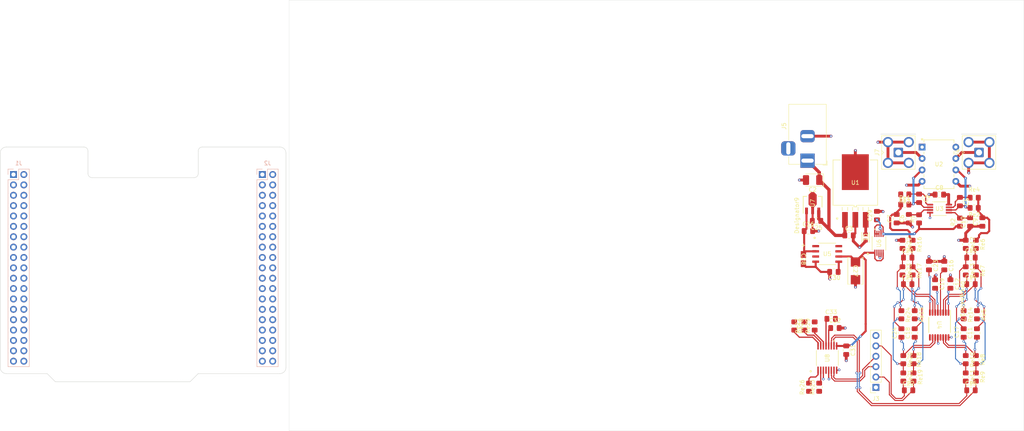
<source format=kicad_pcb>
(kicad_pcb (version 20241229) (generator "pcbnew") (generator_version "9.0")
  (layers (0 "F.Cu" signal) (2 "B.Cu" signal) (13 "F.Paste" user) (15 "B.Paste" user) (5 "F.SilkS" user "F.Silkscreen") (7 "B.SilkS" user "B.Silkscreen") (1 "F.Mask" user) (3 "B.Mask" user) (25 "Edge.Cuts" user))
  (net 0 "")
  (net 1 "/AVSS")
  (net 2 "/AVDD_5V")
  (net 3 "/DC_9V")
  (net 4 "Net-(U3-OUTA)")
  (net 5 "Net-(U2-DN1)")
  (net 6 "Net-(U3-OUTB)")
  (net 7 "Net-(U2-DN2)")
  (net 8 "Net-(U3-INA+)")
  (net 9 "/OUT1")
  (net 10 "/OUT2")
  (net 11 "Net-(U3-INB+)")
  (net 12 "Net-(U4A-VOCM1)")
  (net 13 "Net-(U4B-VOCM2)")
  (net 14 "/AVDD_6.2V")
  (net 15 "/VREF_5V")
  (net 16 "Net-(U5-TRIM{slash}NR)")
  (net 17 "/DVSS")
  (net 18 "/DVDD")
  (net 19 "/VREF_0.5V")
  (net 20 "Net-(U8-*CS)")
  (net 21 "/CS*")
  (net 22 "/SCLK")
  (net 23 "Net-(U8-SCLK)")
  (net 24 "/DOUT")
  (net 25 "Net-(U8-DOUT{slash}*DRDY)")
  (net 26 "Net-(U8-DIN)")
  (net 27 "/DIN")
  (net 28 "Net-(U8-*DRDY)")
  (net 29 "/DRDY")
  (net 32 "/GATE1")
  (net 33 "/GATE2")
  (net 42 "+3V3")
  (net 43 "/VIN")
  (net 44 "GND")
  (net 49 "VDD")
  (net 50 "+5V")
  (net 55 "/~{RST}")
  (net 56 "/E5V")
  (net 59 "+BATT")
  (net 72 "/IOREF")
  (net 87 "GNDA")
  (net 103 "/5V_USB_CHGR")
  (net 111 "/diff2_in_P")
  (net 112 "/diff1_out_N")
  (net 113 "/diff1_in_P")
  (net 114 "/diff1_in_N")
  (net 115 "/diff2_in_N")
  (net 116 "/diff1_out_P")
  (net 117 "/diff2_out_N")
  (net 118 "/diff2_out_P")
  (net 119 "/diff3_out_N")
  (net 120 "/diff4_in_P")
  (net 121 "/diff3_in_N")
  (net 122 "/diff3_in_P")
  (net 123 "/diff4_in_N")
  (net 124 "/diff3_out_P")
  (net 125 "/diff4_out_N")
  (net 126 "/diff4_out_P")
  (net 127 "/AIN1N")
  (net 128 "/AIN1P")
  (net 129 "/AIN2_inN")
  (net 130 "/AIN2_inP")
  (net 131 "/AIN2_mcuN")
  (net 132 "/AIN2_adcP")
  (net 133 "/AIN2_mcuP")
  (net 134 "/AIN2_adcN")
  (footprint "Capacitor_SMD:C_0805_2012Metric_Pad1.18x1.45mm_HandSolder" (layer "F.Cu") (at 242 131.7125 90)
    (property "Reference" "C24")
    (property "Value" "270p")
  )
  (footprint "Capacitor_SMD:C_0805_2012Metric_Pad1.18x1.45mm_HandSolder" (layer "F.Cu") (at 236 102.9625 90)
    (property "Reference" "C29")
    (property "Value" "0.1u_pass")
  )
  (footprint "Connector_PinSocket_2.54mm:PinSocket_1x06_P2.54mm_Vertical" (layer "F.Cu") (at 235.75 145.04 180)
    (property "Reference" "J3")
    (property "Value" "Conn_01x06")
  )
  (footprint "Resistor_SMD:R_0805_2012Metric_Pad1.20x1.40mm_HandSolder" (layer "F.Cu") (at 242.825 100.2595)
    (property "Reference" "Re1")
    (property "Value" "50k_throughhole")
  )
  (footprint "pj-bis2025:Vref_out_tantal_293D336X9016C2TE3_CAP_293D-C_VSS" (layer "F.Cu") (at 230.75 116.5 -90)
    (property "Reference" "C27")
    (property "Value" "293D336X9016C2TE3")
  )
  (footprint "Resistor_SMD:R_0805_2012Metric_Pad1.20x1.40mm_HandSolder" (layer "F.Cu") (at 221.8554 145 90)
    (property "Reference" "Re25")
    (property "Value" "47")
  )
  (footprint "Resistor_SMD:R_0805_2012Metric_Pad1.20x1.40mm_HandSolder" (layer "F.Cu") (at 242.4625 142.5 -90)
    (property "Reference" "Re21")
    (property "Value" "10")
  )
  (footprint "Resistor_SMD:R_0805_2012Metric_Pad1.20x1.40mm_HandSolder" (layer "F.Cu") (at 246.325 103.7595 90)
    (property "Reference" "R1")
    (property "Value" "100k")
  )
  (footprint "Resistor_SMD:R_0805_2012Metric_Pad1.20x1.40mm_HandSolder" (layer "F.Cu") (at 219.3554 145 90)
    (property "Reference" "Re26")
    (property "Value" "47")
  )
  (footprint "Resistor_SMD:R_0805_2012Metric_Pad1.20x1.40mm_HandSolder" (layer "F.Cu") (at 260.25 116.5 -90)
    (property "Reference" "Re7")
    (property "Value" "330")
  )
  (footprint "Resistor_SMD:R_0805_2012Metric_Pad1.20x1.40mm_HandSolder" (layer "F.Cu") (at 260.25 110 -90)
    (property "Reference" "Re6")
    (property "Value" "1.2k_Ri")
  )
  (footprint "pj-bis2025:UA78L06ACPK-PK0003A_M" (layer "F.Cu") (at 220.25 99.899999 90)
    (property "Reference" "U7")
    (property "Value" "UA78L06ACPK")
  )
  (footprint "MountingHole:MountingHole_3.2mm_M3" (layer "F.Cu") (at 32.12 89.09)
    (property "Reference" "H2" (hide yes))
    (property "Value" "MountingHole" (hide yes))
  )
  (footprint "Resistor_SMD:R_0805_2012Metric_Pad1.20x1.40mm_HandSolder" (layer "F.Cu") (at 218.25 130 90)
    (property "Reference" "Re27")
    (property "Value" "47")
  )
  (footprint "Capacitor_SMD:C_0805_2012Metric_Pad1.18x1.45mm_HandSolder" (layer "F.Cu") (at 225.4625 116.75 180)
    (property "Reference" "C30")
    (property "Value" "1u")
  )
  (footprint "Resistor_SMD:R_0805_2012Metric_Pad1.20x1.40mm_HandSolder" (layer "F.Cu") (at 257.75 110 -90)
    (property "Reference" "Re12")
    (property "Value" "1.2k_Ri")
  )
  (footprint "pj-bis2025:REF5050-D8-M" (layer "F.Cu") (at 223.82575 112.345)
    (property "Reference" "U5")
    (property "Value" "REF5050IDR")
  )
  (footprint "MountingHole:MountingHole_3.2mm_M3" (layer "F.Cu") (at 80.38 90.36)
    (property "Reference" "H3" (hide yes))
    (property "Value" "MountingHole" (hide yes))
  )
  (footprint "pj-bis2025:ADS1220-PW16-M" (layer "F.Cu") (at 223.8554 137.8596 90)
    (property "Reference" "U8")
    (property "Value" "ADS1220IPW")
  )
  (footprint "Capacitor_SMD:C_0805_2012Metric_Pad1.18x1.45mm_HandSolder" (layer "F.Cu") (at 243.5375 113.25)
    (property "Reference" "C20")
    (property "Value" "470p")
  )
  (footprint "Resistor_SMD:R_0805_2012Metric_Pad1.20x1.40mm_HandSolder" (layer "F.Cu") (at 242.25 116.5 -90)
    (property "Reference" "Re23")
    (property "Value" "330")
  )
  (footprint "Capacitor_SMD:C_0805_2012Metric_Pad1.18x1.45mm_HandSolder" (layer "F.Cu") (at 229.1725 107.815026)
    (property "Reference" "C3")
    (property "Value" "1µF")
  )
  (footprint "Resistor_SMD:R_0805_2012Metric_Pad1.20x1.40mm_HandSolder" (layer "F.Cu") (at 259.825 101.0685 180)
    (property "Reference" "Re2")
    (property "Value" "50k_throughhole")
  )
  (footprint "Capacitor_SMD:C_0805_2012Metric_Pad1.18x1.45mm_HandSolder" (layer "F.Cu") (at 243.825 103.722 90)
    (property "Reference" "C6")
    (property "Value" "0.1u")
  )
  (footprint "Resistor_SMD:R_0805_2012Metric_Pad1.20x1.40mm_HandSolder" (layer "F.Cu") (at 257.25 127.25 -90)
    (property "Reference" "Re14")
    (property "Value" "1.2k_Rg")
  )
  (footprint "Resistor_SMD:R_0805_2012Metric_Pad1.20x1.40mm_HandSolder" (layer "F.Cu") (at 257.75 142.5 -90)
    (property "Reference" "Re11")
    (property "Value" "10")
  )
  (footprint "Resistor_SMD:R_0805_2012Metric_Pad1.20x1.40mm_HandSolder" (layer "F.Cu") (at 260.25 138.25 -90)
    (property "Reference" "Re8")
    (property "Value" "5")
  )
  (footprint "Resistor_SMD:R_0805_2012Metric_Pad1.20x1.40mm_HandSolder" (layer "F.Cu") (at 260.25 142.5 -90)
    (property "Reference" "Re9")
    (property "Value" "10")
  )
  (footprint "Capacitor_SMD:C_0805_2012Metric_Pad1.18x1.45mm_HandSolder" (layer "F.Cu") (at 228.480401 135.9261 -90)
    (property "Reference" "C31")
    (property "Value" "0.1u_pass")
  )
  (footprint "pj-bis2025:LT1991-MSOP-10_MS_LIT-M" (layer "F.Cu") (at 236.5 109.75 90)
    (property "Reference" "U6")
    (property "Value" "LT1991ACMS-TRPBF")
  )
  (footprint "Capacitor_SMD:C_0805_2012Metric_Pad1.18x1.45mm_HandSolder" (layer "F.Cu") (at 250.25 119.7125 -90)
    (property "Reference" "C19")
    (property "Value" "0.1u_pass")
  )
  (footprint "Resistor_SMD:R_0805_2012Metric_Pad1.20x1.40mm_HandSolder" (layer "F.Cu") (at 242 127.25 -90)
    (property "Reference" "Re24")
    (property "Value" "1.2k_Rg")
  )
  (footprint "Capacitor_SMD:C_0805_2012Metric_Pad1.18x1.45mm_HandSolder" (layer "F.Cu") (at 259.0375 113.25)
    (property "Reference" "C13")
    (property "Value" "470p")
  )
  (footprint "Resistor_SMD:R_0805_2012Metric_Pad1.20x1.40mm_HandSolder" (layer "F.Cu") (at 242.25 110 -90)
    (property "Reference" "Re22")
    (property "Value" "1.2k_Ri")
  )
  (footprint "Resistor_SMD:R_0805_2012Metric_Pad1.20x1.40mm_HandSolder" (layer "F.Cu") (at 220.75 130 90)
    (property "Reference" "Re29")
    (property "Value" "47")
  )
  (footprint "Capacitor_SMD:C_0805_2012Metric_Pad1.18x1.45mm_HandSolder" (layer "F.Cu") (at 260.5 131.7125 90)
    (property "Reference" "C11")
    (property "Value" "270p")
  )
  (footprint "Resistor_SMD:R_0805_2012Metric_Pad1.20x1.40mm_HandSolder" (layer "F.Cu") (at 245.25 127.25 -90)
    (property "Reference" "Re15")
    (property "Value" "1.2k_Rg")
  )
  (footprint "Capacitor_SMD:C_0805_2012Metric_Pad1.18x1.45mm_HandSolder" (layer "F.Cu") (at 251.2875 97.8185)
    (property "Reference" "C8")
    (property "Value" "0.1u_pass")
  )
  (footprint "pj-bis2025:THS4552-PW0016A_M" (layer "F.Cu") (at 251.25 129.75 -90)
    (property "Reference" "U4")
    (property "Value" "THS4552IPWR")
  )
  (footprint "Resistor_SMD:R_0805_2012Metric_Pad1.20x1.40mm_HandSolder" (layer "F.Cu") (at 242.4625 138.25 -90)
    (property "Reference" "Re20")
    (property "Value" "5")
  )
  (footprint "Resistor_SMD:R_0805_2012Metric_Pad1.20x1.40mm_HandSolder" (layer "F.Cu") (at 256.325 104.5685 90)
    (property "Reference" "R2")
    (property "Value" "100k")
  )
  (footprint "Resistor_SMD:R_0805_2012Metric_Pad1.20x1.40mm_HandSolder" (layer "F.Cu") (at 257.75 116.5 -90)
    (property "Reference" "Re13")
    (property "Value" "330")
  )
  (footprint "Connector_Coaxial:SMA_Amphenol_901-143_Horizontal" (layer "F.Cu") (at 241.25 87.5)
    (property "Reference" "J7")
    (property "Value" "Conn_Coaxial")
    (fp_line (start 4.3 -4.5) (end -4.3 -4.5) (stroke (width 0.1)) (layer "Edge.Cuts"))
  )
  (footprint "pj-bis2025:ALD114904APAL-8-PDIP_ALD" (layer "F.Cu") (at 247.07 86.1865)
    (property "Reference" "U2")
    (property "Value" "ALD114904APAL")
  )
  (footprint "Capacitor_SMD:C_0805_2012Metric_Pad1.18x1.45mm_HandSolder" (layer "F.Cu") (at 219.2125 106.75)
    (property "Reference" "C26")
    (property "Value" "0.1u")
  )
  (footprint "pj-bis2025:Vref_in_tantal_T491A685K020AT_CAPMP3.4X1.6_1.8N_KEM-M" (layer "F.Cu") (at 218 113.61904 -90)
    (property "Reference" "C28")
    (property "Value" "T491A685K020AT")
  )
  (footprint "Resistor_SMD:R_0805_2012Metric_Pad1.20x1.40mm_HandSolder" (layer "F.Cu") (at 244.75 110 -90)
    (property "Reference" "Re16")
    (property "Value" "1.2k_Ri")
  )
  (footprint "Capacitor_SMD:C_0805_2012Metric_Pad1.18x1.45mm_HandSolder" (layer "F.Cu") (at 259.0375 119.75)
    (property "Reference" "C14")
    (property "Value" "1n" (hide yes))
  )
  (footprint "Capacitor_SMD:C_0805_2012Metric_Pad1.18x1.45mm_HandSolder" (layer "F.Cu") (at 245.25 131.7125 90)
    (property "Reference" "C18")
    (property "Value" "270p")
  )
  (footprint "Capacitor_SMD:C_0805_2012Metric_Pad1.18x1.45mm_HandSolder" (layer "F.Cu") (at 258.825 104.531 90)
    (property "Reference" "C10")
    (property "Value" "0.1u")
  )
  (footprint "pj-bis2025:LDO_5V_out_TAJR105K016RNJAC_TAJR_AVX" (layer "F.Cu") (at 233.21 108.30935 -90)
    (property "Reference" "C1")
    (property "Value" "TAJR105K016RNJ")
  )
  (footprint "Capacitor_SMD:C_0805_2012Metric_Pad1.18x1.45mm_HandSolder" (layer "F.Cu") (at 248.75 115.2125 -90)
    (property "Reference" "C23")
    (property "Value" "0.1u_pass")
  )
  (footprint "Capacitor_SMD:C_0805_2012Metric_Pad1.18x1.45mm_HandSolder" (layer "F.Cu") (at 243.75 145.75)
    (property "Reference" "C22")
    (property "Value" "22n")
  )
  (footprint "Resistor_SMD:R_0805_2012Metric_Pad1.20x1.40mm_HandSolder" (layer "F.Cu") (at 259.825 98.5685)
    (property "Reference" "Re4")
    (property "Value" "50k")
  )
  (footprint "Resistor_SMD:R_0805_2012Metric_Pad1.20x1.40mm_HandSolder" (layer "F.Cu") (at 244.9625 138.25 -90)
    (property "Reference" "Re18")
    (property "Value" "5")
  )
  (footprint "Resistor_SMD:R_0805_2012Metric_Pad1.20x1.40mm_HandSolder" (layer "F.Cu") (at 244.9625 142.5 -90)
    (property "Reference" "Re19")
    (property "Value" "10")
  )
  (footprint "Capacitor_SMD:C_0805_2012Metric_Pad1.18x1.45mm_HandSolder" (layer "F.Cu") (at 246.325 98.722 -90)
    (property "Reference" "C4")
    (property "Value" "3.18n")
  )
  (footprint "Capacitor_SMD:C_0805_2012Metric_Pad1.18x1.45mm_HandSolder" (layer "F.Cu") (at 257.25 131.7125 90)
    (property "Reference" "C17")
    (property "Value" "270p")
  )
  (footprint "Capacitor_SMD:C_0805_2012Metric_Pad1.18x1.45mm_HandSolder" (layer "F.Cu") (at 240.825 103.722 90)
    (property "Reference" "C7")
    (property "Value" "3.18n")
  )
  (footprint "Resistor_SMD:R_0805_2012Metric_Pad1.20x1.40mm_HandSolder" (layer "F.Cu") (at 260.5 127.25 -90)
    (property "Reference" "Re5")
    (property "Value" "1.2k_Rg")
  )
  (footprint "pj-bis2025:MIC5237-TO-263-3_MCL-M" (layer "F.Cu") (at 230.71 94.880426)
    (property "Reference" "U1")
    (property "Value" "MIC5237-5.0YU")
  )
  (footprint "Capacitor_SMD:C_0805_2012Metric_Pad1.18x1.45mm_HandSolder" (layer "F.Cu") (at 259.0375 145.75)
    (property "Reference" "C15")
    (property "Value" "22n")
  )
  (footprint "Capacitor_SMD:C_0805_2012Metric_Pad1.18x1.45mm_HandSolder" (layer "F.Cu") (at 243.5375 119.75)
    (property "Reference" "C21")
    (property "Value" "1n")
  )
  (footprint "Capacitor_SMD:C_0805_2012Metric_Pad1.18x1.45mm_HandSolder" (layer "F.Cu") (at 254 119.7125 -90)
    (property "Reference" "C12")
    (property "Value" "0.1u_pass")
  )
  (footprint "Resistor_SMD:R_0805_2012Metric_Pad1.20x1.40mm_HandSolder" (layer "F.Cu") (at 242.825 97.7595 180)
    (property "Reference" "Re3")
    (property "Value" "50k")
  )
  (footprint "Connector_Coaxial:SMA_Amphenol_901-143_Horizontal" (layer "F.Cu") (at 261 87.5)
    (property "Reference" "J4")
    (property "Value" "Conn_Coaxial")
    (fp_line (start 4.3 -4.5) (end -4.3 -4.5) (stroke (width 0.1)) (layer "Edge.Cuts"))
  )
  (footprint "pj-bis2025:OPA2380-DGK8-M" (layer "F.Cu") (at 251.325 101.2595)
    (property "Reference" "U3")
    (property "Value" "OPA2380AIDGKR")
  )
  (footprint "Capacitor_Tantalum_SMD:CP_EIA-3528-15_AVX-H_HandSolder" (layer "F.Cu") (at 220.25 94.25 180)
    (property "Reference" "C2")
    (property "Value" "C_Vin")
  )
  (footprint "Resistor_SMD:R_0805_2012Metric_Pad1.20x1.40mm_HandSolder" (layer "F.Cu") (at 244.75 116.5 -90)
    (property "Reference" "Re17")
    (property "Value" "330")
  )
  (footprint "Capacitor_SMD:C_0805_2012Metric_Pad1.18x1.45mm_HandSolder" (layer "F.Cu") (at 224.7875 128.25)
    (property "Reference" "C33")
    (property "Value" "0.1u_pass")
  )
  (footprint "Capacitor_SMD:C_0805_2012Metric_Pad1.18x1.45mm_HandSolder" (layer "F.Cu") (at 252.5 115.2125 -90)
    (property "Reference" "C16")
    (property "Value" "0.1u_pass")
  )
  (footprint "Resistor_SMD:R_0805_2012Metric_Pad1.20x1.40mm_HandSolder" (layer "F.Cu") (at 257.75 138.25 -90)
    (property "Reference" "Re10")
    (property "Value" "5")
  )
  (footprint "MountingHole:MountingHole_3.2mm_M3" (layer "F.Cu") (at 65.14 141.06)
    (property "Reference" "H1" (hide yes))
    (property "Value" "MountingHole" (hide yes))
  )
  (footprint "Capacitor_SMD:C_0805_2012Metric_Pad1.18x1.45mm_HandSolder" (layer "F.Cu") (at 261.825 104.531 90)
    (property "Reference" "C9")
    (property "Value" "3.18n")
  )
  (footprint "Capacitor_SMD:C_0805_2012Metric_Pad1.18x1.45mm_HandSolder" (layer "F.Cu") (at 221.2125 104.25 180)
    (property "Reference" "C25")
    (property "Value" "0.33u")
  )
  (footprint "Connector_BarrelJack:BarrelJack_Horizontal" (layer "F.Cu") (at 219 89.5 -90)
    (property "Reference" "J5")
    (property "Value" "Barrel_Jack_MountingPin")
  )
  (footprint "Resistor_SMD:R_0805_2012Metric_Pad1.20x1.40mm_HandSolder" (layer "F.Cu") (at 215.75 130 -90)
    (property "Reference" "Re28")
    (property "Value" "47")
  )
  (footprint "Capacitor_SMD:C_0805_2012Metric_Pad1.18x1.45mm_HandSolder" (layer "F.Cu") (at 225.7125 130.5)
    (property "Reference" "C32")
    (property "Value" "0.1u_pass")
  )
  (footprint "Capacitor_SMD:C_0805_2012Metric_Pad1.18x1.45mm_HandSolder" (layer "F.Cu") (at 256.325 99.531 -90)
    (property "Reference" "C5")
    (property "Value" "3.18n")
  )
  (footprint "Connector_PinSocket_2.54mm:PinSocket_2x19_P2.54mm_Vertical" (layer "B.Cu") (at 24.5 92.9 180)
    (property "Reference" "J1")
    (property "Value" "CN7")
  )
  (footprint "Connector_PinSocket_2.54mm:PinSocket_2x19_P2.54mm_Vertical" (layer "B.Cu") (at 85.46 92.9 180)
    (property "Reference" "J2")
    (property "Value" "CN10")
  )
  (gr_line (start 69.75 92.66) (end 69.75 87.16) (stroke (width 0.1)) (layer "Edge.Cuts"))
  (gr_line (start 42.75 87.16) (end 42.75 92.66) (stroke (width 0.1)) (layer "Edge.Cuts"))
  (gr_line (start 43.75 93.66) (end 68.75 93.66) (stroke (width 0.1)) (layer "Edge.Cuts"))
  (gr_line (start 67.75 143.66) (end 69.75 141.66) (stroke (width 0.1)) (layer "Edge.Cuts"))
  (gr_arc (start 89.75 86.16) (mid 90.81066 86.59934) (end 91.25 87.66) (stroke (width 0.1)) (layer "Edge.Cuts"))
  (gr_line (start 21.25 87.66) (end 21.25 140.16) (stroke (width 0.1)) (layer "Edge.Cuts"))
  (gr_arc (start 91.25 140.16) (mid 90.81066 141.22066) (end 89.75 141.66) (stroke (width 0.1)) (layer "Edge.Cuts"))
  (gr_arc (start 22.75 141.66) (mid 21.68934 141.22066) (end 21.25 140.16) (stroke (width 0.1)) (layer "Edge.Cuts"))
  (gr_line (start 22.75 141.66) (end 32.75 141.66) (stroke (width 0.1)) (layer "Edge.Cuts"))
  (gr_line (start 34.75 143.66) (end 67.75 143.66) (stroke (width 0.1)) (layer "Edge.Cuts"))
  (gr_line (start 91.25 87.66) (end 91.25 140.16) (stroke (width 0.1)) (layer "Edge.Cuts"))
  (gr_line (start 70.75 86.16) (end 89.75 86.16) (stroke (width 0.1)) (layer "Edge.Cuts"))
  (gr_line (start 69.75 141.66) (end 89.75 141.66) (stroke (width 0.1)) (layer "Edge.Cuts"))
  (gr_arc (start 21.25 87.66) (mid 21.68934 86.59934) (end 22.75 86.16) (stroke (width 0.1)) (layer "Edge.Cuts"))
  (gr_arc (start 41.75 86.16) (mid 42.457107 86.452893) (end 42.75 87.16) (stroke (width 0.1)) (layer "Edge.Cuts"))
  (gr_line (start 32.75 141.66) (end 34.75 143.66) (stroke (width 0.1)) (layer "Edge.Cuts"))
  (gr_rect (start 92 50.175) (end 272 155.675) (stroke (width 0.05)) (fill no) (layer "Edge.Cuts"))
  (gr_arc (start 43.75 93.66) (mid 43.042893 93.367107) (end 42.75 92.66) (stroke (width 0.1)) (layer "Edge.Cuts"))
  (gr_line (start 22.75 86.16) (end 41.75 86.16) (stroke (width 0.1)) (layer "Edge.Cuts"))
  (gr_arc (start 69.75 92.66) (mid 69.457107 93.367107) (end 68.75 93.66) (stroke (width 0.1)) (layer "Edge.Cuts"))
  (gr_arc (start 69.75 87.16) (mid 70.042893 86.452893) (end 70.75 86.16) (stroke (width 0.1)) (layer "Edge.Cuts"))
  (segment (start 230.21 107.815026) (end 230.21 109.21) (width 0.7) (layer "F.Cu") (net 1))
  (segment (start 263.54 84.96) (end 263.54 90.04) (width 0.7) (layer "F.Cu") (net 1))
  (segment (start 261.825 105.5685) (end 258.825 105.5685) (width 0.7) (layer "F.Cu") (net 1))
  (segment (start 248.75 114.175) (end 252.5 114.175) (width 0.7) (layer "F.Cu") (net 1))
  (segment (start 230.71 92.315026) (end 230.71 87.04) (width 0.7) (layer "F.Cu") (net 1))
  (segment (start 249.011649 102.234499) (end 249.011649 103.488351) (width 0.3) (layer "F.Cu") (net 1))
  (segment (start 258.825 106.175) (end 257.75 107.25) (width 0.7) (layer "F.Cu") (net 1))
  (segment (start 220.980763 115.519237) (end 218.596831 115.519237) (width 0.5) (layer "F.Cu") (net 1))
  (segment (start 243.825 104.825) (end 244.75 105.75) (width 0.7) (layer "F.Cu") (net 1))
  (segment (start 258.46 90.04) (end 263.54 90.04) (width 0.7) (layer "F.Cu") (net 1))
  (segment (start 250.25 118.675) (end 250.25 117.75) (width 0.7) (layer "F.Cu") (net 1))
  (segment (start 250.924999 134.174999) (end 251 134.25) (width 0.3) (layer "F.Cu") (net 1))
  (segment (start 230.75 118.6717) (end 230.75 120.5) (width 0.7) (layer "F.Cu") (net 1))
  (segment (start 243.79 90.04) (end 238.71 90.04) (width 0.7) (layer "F.Cu") (net 1))
  (segment (start 221 115.5) (end 222.25 116.75) (width 0.5) (layer "F.Cu") (net 1))
  (segment (start 236.5 112.063351) (end 236.5 113.064111) (width 0.3) (layer "F.Cu") (net 1))
  (segment (start 242.25 109) (end 240.75 109) (width 0.7) (layer "F.Cu") (net 1))
  (segment (start 221 115.5) (end 220.980763 115.519237) (width 0.5) (layer "F.Cu") (net 1))
  (segment (start 258.46 84.96) (end 263.54 84.96) (width 0.7) (layer "F.Cu") (net 1))
  (segment (start 222.880401 142.999998) (end 222.880399 143) (width 0.3) (layer "F.Cu") (net 1))
  (segment (start 254.200001 132.799999) (end 254.25 132.75) (width 0.3) (layer "F.Cu") (net 1))
  (segment (start 237.425 101.925) (end 237.5 102) (width 0.7) (layer "F.Cu") (net 1))
  (segment (start 240.825 104.7595) (end 243.825 104.7595) (width 0.7) (layer "F.Cu") (net 1))
  (segment (start 258.46 92.46) (end 258.5 92.5) (width 0.7) (layer "F.Cu") (net 1))
  (segment (start 222.880401 140.8306) (end 222.880401 142.999998) (width 0.3) (layer "F.Cu") (net 1))
  (segment (start 236 101.925) (end 237.425 101.925) (width 0.7) (layer "F.Cu") (net 1))
  (segment (start 248.75 114.175) (end 248.75 113) (width 0.7) (layer "F.Cu") (net 1))
  (segment (start 249.011649 103.488351) (end 249 103.5) (width 0.3) (layer "F.Cu") (net 1))
  (segment (start 236.29 84.96) (end 236.25 85) (width 0.7) (layer "F.Cu") (net 1))
  (segment (start 220.25 101.75) (end 220.25 104.175) (width 0.5) (layer "F.Cu") (net 1))
  (segment (start 218.6225 94.25) (end 217 94.25) (width 0.7) (layer "F.Cu") (net 1))
  (segment (start 218 114.922406) (end 218 114.75) (width 0.5) (layer "F.Cu") (net 1))
  (segment (start 218.596831 115.519237) (end 218 114.922406) (width 0.5) (layer "F.Cu") (net 1))
  (segment (start 250.25 97.8185) (end 248.8185 97.8185) (width 0.7) (layer "F.Cu") (net 1))
  (segment (start 243.79 84.96) (end 238.71 84.96) (width 0.7) (layer "F.Cu") (net 1))
  (segment (start 257.75 109) (end 256 109) (width 0.7) (layer "F.Cu") (net 1))
  (segment (start 248.8185 97.8185) (end 248.75 97.75) (width 0.7) (layer "F.Cu") (net 1))
  (segment (start 237.00038 112.063351) (end 237.00038 113.062211) (width 0.3) (layer "F.Cu") (net 1))
  (segment (start 228.480401 136.9636) (end 228.480401 138.480401) (width 0.7) (layer "F.Cu") (net 1))
  (segment (start 250.25 117.75) (end 250.5 117.5) (width 0.7) (layer "F.Cu") (net 1))
  (segment (start 220.175 104.25) (end 220.175 106.675) (width 0.5) (layer "F.Cu") (net 1))
  (segment (start 220.25 104.325) (end 220.175 104.25) (width 0.25) (layer "F.Cu") (net 1))
  (segment (start 226.6694 140.8306) (end 226.75 140.75) (width 0.3) (layer "F.Cu") (net 1))
  (segment (start 230.71 87.04) (end 230.75 87) (width 0.7) (layer "F.Cu") (net 1))
  (segment (start 224.425 118.425) (end 224.5 118.5) (width 0.7) (layer "F.Cu") (net 1))
  (segment (start 228.480401 138.480401) (end 228.5 138.5) (width 0.7) (layer "F.Cu") (net 1))
  (segment (start 238.71 84.96) (end 236.29 84.96) (width 0.7) (layer "F.Cu") (net 1))
  (segment (start 238.71 84.96) (end 238.71 90.04) (width 0.7) (layer "F.Cu") (net 1))
  (segment (start 250.924999 132.799999) (end 250.924999 134.174999) (width 0.3) (layer "F.Cu") (net 1))
  (segment (start 237.00038 113.062211) (end 236.74924 113.313351) (width 0.3) (layer "F.Cu") (net 1))
  (segment (start 255.325 94.5685) (end 255.325 94.575) (width 0.7) (layer "F.Cu") (net 1))
  (segment (start 220.175 106.675) (end 220.25 106.75) (width 0.5) (layer "F.Cu") (net 1))
  (segment (start 230.71 103.986326) (end 230.71 107.315026) (width 0.5) (layer "F.Cu") (net 1))
  (segment (start 220.25 104.175) (end 220.175 104.25) (width 0.5) (layer "F.Cu") (net 1))
  (segment (start 255.325 94.575) (end 256.5 95.75) (width 0.7) (layer "F.Cu") (net 1))
  (segment (start 230.71 107.315026) (end 230.21 107.815026) (width 0.5) (layer "F.Cu") (net 1))
  (segment (start 243.825 104.7595) (end 243.825 104.825) (width 0.7) (layer "F.Cu") (net 1))
  (segment (start 254 118.675) (end 254 117.5) (width 0.7) (layer "F.Cu") (net 1))
  (segment (start 219 83.5) (end 224.75 83.5) (width 0.7) (layer "F.Cu") (net 1))
  (segment (start 224.180398 140.8306) (end 224.180398 142.930398) (width 0.3) (layer "F.Cu") (net 1))
  (segment (start 253.524999 132.799999) (end 254.200001 132.799999) (width 0.3) (layer "F.Cu") (net 1))
  (segment (start 224.180398 142.930398) (end 224.25 143) (width 0.3) (layer "F.Cu") (net 1))
  (segment (start 256.5 95.75) (end 258.75 95.75) (width 0.7) (layer "F.Cu") (net 1))
  (segment (start 220.25 106.75) (end 221.75 106.75) (width 0.7) (layer "F.Cu") (net 1))
  (segment (start 224.425 116.75) (end 224.425 118.425) (width 0.7) (layer "F.Cu") (net 1))
  (segment (start 222.25 116.75) (end 224.425 116.75) (width 0.5) (layer "F.Cu") (net 1))
  (segment (start 226.75 130.5) (end 228.25 130.5) (width 0.7) (layer "F.Cu") (net 1))
  (segment (start 221 114.25) (end 221 115.5) (width 0.5) (layer "F.Cu") (net 1))
  (segment (start 236.5 113.064111) (end 236.74924 113.313351) (width 0.3) (layer "F.Cu") (net 1))
  (segment (start 246.1385 95.5) (end 243.25 95.5) (width 0.7) (layer "F.Cu") (net 1))
  (segment (start 247.07 94.5685) (end 246.1385 95.5) (width 0.7) (layer "F.Cu") (net 1))
  (segment (start 233.21 109.29) (end 231.75 110.75) (width 0.7) (layer "F.Cu") (net 1))
  (segment (start 257.75 107.25) (end 257.75 109) (width 0.7) (layer "F.Cu") (net 1))
  (segment (start 230.21 109.21) (end 231.75 110.75) (width 0.7) (layer "F.Cu") (net 1))
  (segment (start 233.21 109.065026) (end 233.21 109.29) (width 0.7) (layer "F.Cu") (net 1))
  (segment (start 258.825 105.5685) (end 258.825 106.175) (width 0.7) (layer "F.Cu") (net 1))
  (segment (start 252.5 114.175) (end 252.5 113) (width 0.7) (layer "F.Cu") (net 1))
  (segment (start 220.175 104.575) (end 220.25 104.65) (width 0.25) (layer "F.Cu") (net 1))
  (segment (start 220.175 104.25) (end 220.175 104.575) (width 0.25) (layer "F.Cu") (net 1))
  (segment (start 226.130399 140.8306) (end 226.6694 140.8306) (width 0.3) (layer "F.Cu") (net 1))
  (segment (start 258.46 90.04) (end 258.46 92.46) (width 0.7) (layer "F.Cu") (net 1))
  (via (at 240.75 109) (size 0.6) (drill 0.3) (layers "F.Cu" "B.Cu") (net 1))
  (via (at 248.75 113) (size 0.6) (drill 0.3) (layers "F.Cu" "B.Cu") (net 1))
  (via (at 249 103.5) (size 0.6) (drill 0.3) (layers "F.Cu" "B.Cu") (net 1))
  (via (at 222.880399 143) (size 0.6) (drill 0.3) (layers "F.Cu" "B.Cu") (net 1))
  (via (at 228.25 130.5) (size 0.6) (drill 0.3) (layers "F.Cu" "B.Cu") (net 1))
  (via (at 221.75 106.75) (size 0.6) (drill 0.3) (layers "F.Cu" "B.Cu") (net 1))
  (via (at 244.75 105.75) (size 0.6) (drill 0.3) (layers "F.Cu" "B.Cu") (net 1))
  (via (at 224.75 83.5) (size 0.6) (drill 0.3) (layers "F.Cu" "B.Cu") (net 1))
  (via (at 243.25 95.5) (size 0.6) (drill 0.3) (layers "F.Cu" "B.Cu") (net 1))
  (via (at 258.75 95.75) (size 0.6) (drill 0.3) (layers "F.Cu" "B.Cu") (net 1))
  (via (at 236.74924 113.313351) (size 0.6) (drill 0.3) (layers "F.Cu" "B.Cu") (net 1))
  (via (at 230.75 120.5) (size 0.6) (drill 0.3) (layers "F.Cu" "B.Cu") (net 1))
  (via (at 217 94.25) (size 0.6) (drill 0.3) (layers "F.Cu" "B.Cu") (net 1))
  (via (at 230.75 87) (size 0.6) (drill 0.3) (layers "F.Cu" "B.Cu") (net 1))
  (via (at 254.25 132.75) (size 0.6) (drill 0.3) (layers "F.Cu" "B.Cu") (net 1))
  (via (at 226.75 140.75) (size 0.6) (drill 0.3) (layers "F.Cu" "B.Cu") (net 1))
  (via (at 224.5 118.5) (size 0.6) (drill 0.3) (layers "F.Cu" "B.Cu") (net 1))
  (via (at 252.5 113) (size 0.6) (drill 0.3) (layers "F.Cu" "B.Cu") (net 1))
  (via (at 250.5 117.5) (size 0.6) (drill 0.3) (layers "F.Cu" "B.Cu") (net 1))
  (via (at 231.75 110.75) (size 0.6) (drill 0.3) (layers "F.Cu" "B.Cu") (net 1))
  (via (at 224.25 143) (size 0.6) (drill 0.3) (layers "F.Cu" "B.Cu") (net 1))
  (via (at 248.75 97.75) (size 0.6) (drill 0.3) (layers "F.Cu" "B.Cu") (net 1))
  (via (at 254 117.5) (size 0.6) (drill 0.3) (layers "F.Cu" "B.Cu") (net 1))
  (via (at 256 109) (size 0.6) (drill 0.3) (layers "F.Cu" "B.Cu") (net 1))
  (via (at 251 134.25) (size 0.6) (drill 0.3) (layers "F.Cu" "B.Cu") (net 1))
  (via (at 237.5 102) (size 0.6) (drill 0.3) (layers "F.Cu" "B.Cu") (net 1))
  (via (at 258.5 92.5) (size 0.6) (drill 0.3) (layers "F.Cu" "B.Cu") (net 1))
  (via (at 236.25 85) (size 0.6) (drill 0.3) (layers "F.Cu" "B.Cu") (net 1))
  (via (at 228.5 138.5) (size 0.6) (drill 0.3) (layers "F.Cu" "B.Cu") (net 1))
  (segment (start 250.75 121.75) (end 250.75 121.25) (width 0.25) (layer "F.Cu") (net 2))
  (segment (start 233.21 107.553674) (end 233.21 107.33036) (width 0.7) (layer "F.Cu") (net 2))
  (segment (start 253.524999 124.524999) (end 253.5 124.5) (width 0.25) (layer "F.Cu") (net 2))
  (segment (start 250.924999 124.600001) (end 250.824998 124.5) (width 0.25) (layer "F.Cu") (net 2))
  (segment (start 233.25 103.986326) (end 233.25 107.513674) (width 0.7) (layer "F.Cu") (net 2))
  (segment (start 253.57 97.8185) (end 252.325 97.8185) (width 0.7) (layer "F.Cu") (net 2))
  (segment (start 224.180401 134.8886) (end 224.180401 130.994599) (width 0.3) (layer "F.Cu") (net 2))
  (segment (start 224.180401 130.994599) (end 224.675 130.5) (width 0.3) (layer "F.Cu") (net 2))
  (segment (start 253.524999 126.699998) (end 253.524999 124.524999) (width 0.25) (layer "F.Cu") (net 2))
  (segment (start 253.57 97.8185) (end 253.57 100.167999) (width 0.7) (layer "F.Cu") (net 2))
  (segment (start 250.75 121.25) (end 250.25 120.75) (width 0.25) (layer "F.Cu") (net 2))
  (segment (start 253.57 100.167999) (end 253.638351 100.167999) (width 0.7) (layer "F.Cu") (net 2))
  (segment (start 250.924999 126.699998) (end 250.924999 124.600001) (width 0.25) (layer "F.Cu") (net 2))
  (segment (start 253.470768 121.279232) (end 254 120.75) (width 0.25) (layer "F.Cu") (net 2))
  (segment (start 253.470768 121.650197) (end 253.470768 121.279232) (width 0.25) (layer "F.Cu") (net 2))
  (segment (start 233.25 107.513674) (end 233.21 107.553674) (width 0.7) (layer "F.Cu") (net 2))
  (via (at 250.75 121.75) (size 0.6) (drill 0.3) (layers "F.Cu" "B.Cu") (net 2))
  (via (at 253.5 124.5) (size 0.6) (drill 0.3) (layers "F.Cu" "B.Cu") (net 2))
  (via (at 253.470768 121.650197) (size 0.6) (drill 0.3) (layers "F.Cu" "B.Cu") (net 2))
  (via (at 250.824998 124.5) (size 0.6) (drill 0.3) (layers "F.Cu" "B.Cu") (net 2))
  (segment (start 253.5 124.5) (end 253.5 121.679429) (width 0.25) (layer "B.Cu") (net 2))
  (segment (start 250.824998 124.5) (end 250.75 124.425002) (width 0.25) (layer "B.Cu") (net 2))
  (segment (start 253.5 121.679429) (end 253.470768 121.650197) (width 0.25) (layer "B.Cu") (net 2))
  (segment (start 250.75 124.425002) (end 250.75 121.75) (width 0.25) (layer "B.Cu") (net 2))
  (segment (start 228.17 103.986326) (end 228.17 107.780026) (width 0.8) (layer "F.Cu") (net 3))
  (segment (start 224.25 106.25) (end 224.25 96.6225) (width 0.8) (layer "F.Cu") (net 3))
  (segment (start 221.8775 92.3775) (end 219 89.5) (width 0.8) (layer "F.Cu") (net 3))
  (segment (start 221.75 101.8) (end 221.75 103.75) (width 0.8) (layer "F.Cu") (net 3))
  (segment (start 224.25 96.6225) (end 221.8775 94.25) (width 0.8) (layer "F.Cu") (net 3))
  (segment (start 221.8775 94.25) (end 221.8775 92.3775) (width 0.8) (layer "F.Cu") (net 3))
  (segment (start 225.815026 107.815026) (end 224.25 106.25) (width 0.8) (layer "F.Cu") (net 3))
  (segment (start 224.25 106.25) (end 222.25 104.25) (width 0.8) (layer "F.Cu") (net 3))
  (segment (start 228.17 107.780026) (end 228.135 107.815026) (width 0.8) (layer "F.Cu") (net 3))
  (segment (start 228.135 107.815026) (end 225.815026 107.815026) (width 0.8) (layer "F.Cu") (net 3))
  (segment (start 221.75 103.75) (end 222.25 104.25) (width 0.8) (layer "F.Cu") (net 3))
  (segment (start 247.3135 97.6845) (end 247.9475 98.3185) (width 0.3) (layer "F.Cu") (net 4))
  (segment (start 247.9475 98.3185) (end 247.9475 99.8185) (width 0.3) (layer "F.Cu") (net 4))
  (segment (start 243.9 97.6845) (end 243.825 97.7595) (width 0.3) (layer "F.Cu") (net 4))
  (segment (start 246.325 97.6845) (end 243.9 97.6845) (width 0.3) (layer "F.Cu") (net 4))
  (segment (start 246.325 97.6845) (end 247.3135 97.6845) (width 0.3) (layer "F.Cu") (net 4))
  (segment (start 248.413501 100.284501) (end 247.9475 99.8185) (width 0.3) (layer "F.Cu") (net 4))
  (segment (start 249.011649 100.284501) (end 248.413501 100.284501) (width 0.3) (layer "F.Cu") (net 4))
  (segment (start 244.9475 100.0685) (end 245.2565 99.7595) (width 0.3) (layer "F.Cu") (net 5))
  (segment (start 249.011649 100.934499) (end 247.499999 100.934499) (width 0.3) (layer "F.Cu") (net 5))
  (segment (start 243.825 100.2595) (end 244.7565 100.2595) (width 0.3) (layer "F.Cu") (net 5))
  (segment (start 245.2565 99.7595) (end 246.325 99.7595) (width 0.3) (layer "F.Cu") (net 5))
  (segment (start 247.07 91.7745) (end 246.9915 91.7745) (width 0.5) (layer "F.Cu") (net 5))
  (segment (start 247.499999 100.934499) (end 246.325 99.7595) (width 0.3) (layer "F.Cu") (net 5))
  (segment (start 246.9915 91.7745) (end 244.9475 93.8185) (width 0.5) (layer "F.Cu") (net 5))
  (segment (start 247.07 91.7745) (end 246.7415 91.7745) (width 0.3) (layer "F.Cu") (net 5))
  (segment (start 244.7565 100.2595) (end 244.9475 100.0685) (width 0.3) (layer "F.Cu") (net 5))
  (via (at 244.9475 93.8185) (size 0.7) (drill 0.3) (layers "F.Cu" "B.Cu") (net 5))
  (via (at 244.9475 100.0685) (size 0.7) (drill 0.3) (layers "F.Cu" "B.Cu") (net 5))
  (segment (start 244.9475 93.8185) (end 244.9475 100.0685) (width 0.5) (layer "B.Cu") (net 5))
  (segment (start 253.638351 100.934499) (end 254.7023 100.934499) (width 0.3) (layer "F.Cu") (net 6))
  (segment (start 255.1975 100.439299) (end 255.1975 99.5685) (width 0.3) (layer "F.Cu") (net 6))
  (segment (start 256.2725 98.4935) (end 256.325 98.4935) (width 0.3) (layer "F.Cu") (net 6))
  (segment (start 258.75 98.4935) (end 258.825 98.5685) (width 0.3) (layer "F.Cu") (net 6))
  (segment (start 255.1975 99.5685) (end 256.2725 98.4935) (width 0.3) (layer "F.Cu") (net 6))
  (segment (start 254.7023 100.934499) (end 255.1975 100.439299) (width 0.3) (layer "F.Cu") (net 6))
  (segment (start 256.325 98.4935) (end 258.75 98.4935) (width 0.3) (layer "F.Cu") (net 6))
  (segment (start 255.6535 91.7745) (end 257.6975 93.8185) (width 0.5) (layer "F.Cu") (net 7))
  (segment (start 253.638351 101.584501) (end 255.308999 101.584501) (width 0.3) (layer "F.Cu") (net 7))
  (segment (start 257.6975 100.8185) (end 257.9475 101.0685) (width 0.3) (layer "F.Cu") (net 7))
  (segment (start 256.325 100.5685) (end 257.4475 100.5685) (width 0.3) (layer "F.Cu") (net 7))
  (segment (start 255.308999 101.584501) (end 256.325 100.5685) (width 0.3) (layer "F.Cu") (net 7))
  (segment (start 255.325 91.7745) (end 255.6535 91.7745) (width 0.5) (layer "F.Cu") (net 7))
  (segment (start 257.9475 101.0685) (end 258.825 101.0685) (width 0.3) (layer "F.Cu") (net 7))
  (segment (start 257.4475 100.5685) (end 257.6975 100.8185) (width 0.3) (layer "F.Cu") (net 7))
  (via (at 257.6975 100.8185) (size 0.7) (drill 0.3) (layers "F.Cu" "B.Cu") (net 7))
  (via (at 257.6975 93.8185) (size 0.7) (drill 0.3) (layers "F.Cu" "B.Cu") (net 7))
  (segment (start 257.6975 93.8185) (end 257.6975 100.8185) (width 0.5) (layer "B.Cu") (net 7))
  (segment (start 247.499999 101.584501) (end 246.325 102.7595) (width 0.3) (layer "F.Cu") (net 8))
  (segment (start 249.011649 101.584501) (end 247.499999 101.584501) (width 0.3) (layer "F.Cu") (net 8))
  (segment (start 243.9 102.7595) (end 243.825 102.6845) (width 0.3) (layer "F.Cu") (net 8))
  (segment (start 246.325 102.7595) (end 243.9 102.7595) (width 0.3) (layer "F.Cu") (net 8))
  (segment (start 263.5 104) (end 263.5 106.75) (width 0.5) (layer "F.Cu") (net 9))
  (segment (start 261.825 103.4935) (end 262.9935 103.4935) (width 0.5) (layer "F.Cu") (net 9))
  (segment (start 262.9935 103.4935) (end 263.5 104) (width 0.5) (layer "F.Cu") (net 9))
  (segment (start 261.825 102.946) (end 261.825 103.4935) (width 0.5) (layer "F.Cu") (net 9))
  (segment (start 260.825 101.946) (end 261.825 102.946) (width 0.5) (layer "F.Cu") (net 9))
  (segment (start 263 107.25) (end 261.5 107.25) (width 0.5) (layer "F.Cu") (net 9))
  (segment (start 261 107.75) (end 261 108.25) (width 0.5) (layer "F.Cu") (net 9))
  (segment (start 260.825 98.5685) (end 260.825 101.0685) (width 0.5) (layer "F.Cu") (net 9))
  (segment (start 260.825 101.0685) (end 260.825 101.946) (width 0.5) (layer "F.Cu") (net 9))
  (segment (start 263.5 106.75) (end 263 107.25) (width 0.5) (layer "F.Cu") (net 9))
  (segment (start 261 108.25) (end 260.25 109) (width 0.5) (layer "F.Cu") (net 9))
  (segment (start 261.5 107.25) (end 261 107.75) (width 0.5) (layer "F.Cu") (net 9))
  (segment (start 241.825 100.2595) (end 241.825 101.191) (width 0.5) (layer "F.Cu") (net 10))
  (segment (start 243.5 106.5) (end 244 107) (width 0.5) (layer "F.Cu") (net 10))
  (segment (start 239.25 103.25) (end 239.25 106) (width 0.5) (layer "F.Cu") (net 10))
  (segment (start 244 107) (end 244 108.25) (width 0.5) (layer "F.Cu") (net 10))
  (segment (start 241.825 97.7595) (end 241.825 100.2595) (width 0.5) (layer "F.Cu") (net 10))
  (segment (start 239.8155 102.6845) (end 239.25 103.25) (width 0.5) (layer "F.Cu") (net 10))
  (segment (start 244 108.25) (end 244.75 109) (width 0.5) (layer "F.Cu") (net 10))
  (segment (start 240.825 102.191) (end 240.825 102.6845) (width 0.5) (layer "F.Cu") (net 10))
  (segment (start 239.25 106) (end 239.75 106.5) (width 0.5) (layer "F.Cu") (net 10))
  (segment (start 240.825 102.6845) (end 239.8155 102.6845) (width 0.5) (layer "F.Cu") (net 10))
  (segment (start 241.825 101.191) (end 240.825 102.191) (width 0.5) (layer "F.Cu") (net 10))
  (segment (start 239.75 106.5) (end 243.5 106.5) (width 0.5) (layer "F.Cu") (net 10))
  (segment (start 258.75 103.5685) (end 258.825 103.4935) (width 0.3) (layer "F.Cu") (net 11))
  (segment (start 256.325 103.446) (end 256.325 103.5685) (width 0.3) (layer "F.Cu") (net 11))
  (segment (start 253.638351 102.234499) (end 255.113499 102.234499) (width 0.3) (layer "F.Cu") (net 11))
  (segment (start 255.113499 102.234499) (end 256.325 103.446) (width 0.3) (layer "F.Cu") (net 11))
  (segment (start 256.325 103.5685) (end 258.75 103.5685) (width 0.3) (layer "F.Cu") (net 11))
  (segment (start 251.574998 126.699998) (end 251.574998 117.175002) (width 0.25) (layer "F.Cu") (net 12))
  (segment (start 251.574998 117.175002) (end 252.5 116.25) (width 0.25) (layer "F.Cu") (net 12))
  (segment (start 248.974998 124.025002) (end 249 124) (width 0.25) (layer "F.Cu") (net 13))
  (segment (start 249 118) (end 248.75 117.75) (width 0.25) (layer "F.Cu") (net 13))
  (segment (start 248.974998 126.699998) (end 248.974998 124.025002) (width 0.25) (layer "F.Cu") (net 13))
  (segment (start 248.75 117.75) (end 248.75 116.25) (width 0.25) (layer "F.Cu") (net 13))
  (via (at 249 118) (size 0.6) (drill 0.3) (layers "F.Cu" "B.Cu") (net 13))
  (via (at 249 124) (size 0.6) (drill 0.3) (layers "F.Cu" "B.Cu") (net 13))
  (segment (start 249 124) (end 249 118) (width 0.25) (layer "B.Cu") (net 13))
  (segment (start 237.00038 106.36233) (end 236.778568 106.140518) (width 0.3) (layer "F.Cu") (net 14))
  (segment (start 218.175 112.31308) (end 218 112.48808) (width 0.5) (layer "F.Cu") (net 14))
  (segment (start 218 112.315674) (end 218.605674 111.71) (width 0.5) (layer "F.Cu") (net 14))
  (segment (start 218.75 106.175) (end 218.175 106.75) (width 0.5) (layer "F.Cu") (net 14))
  (segment (start 218 112.48808) (end 218 112.315674) (width 0.5) (layer "F.Cu") (net 14))
  (segment (start 237.00038 107.436649) (end 237.00038 106.36233) (width 0.3) (layer "F.Cu") (net 14))
  (segment (start 218.605674 111.71) (end 221 111.71) (width 0.5) (layer "F.Cu") (net 14))
  (segment (start 218.175 106.75) (end 218.175 112.31308) (width 0.5) (layer "F.Cu") (net 14))
  (segment (start 221 111.71) (end 220.96 111.75) (width 0.5) (layer "F.Cu") (net 14))
  (segment (start 218.75 101.8) (end 218.75 106.175) (width 0.5) (layer "F.Cu") (net 14))
  (via (at 236.778568 106.140518) (size 0.7) (drill 0.3) (layers "F.Cu" "B.Cu") (net 14))
  (via (at 236 104) (size 0.7) (drill 0.3) (layers "F.Cu" "B.Cu") (net 14))
  (segment (start 236.778568 106.140518) (end 236.778568 104.778568) (width 0.3) (layer "B.Cu") (net 14))
  (segment (start 236.778568 104.778568) (end 236 104) (width 0.3) (layer "B.Cu") (net 14))
  (segment (start 230.75 114.3283) (end 230.75 114.252732) (width 0.5) (layer "F.Cu") (net 15))
  (segment (start 230.75 114.252732) (end 231.852532 113.1502) (width 0.5) (layer "F.Cu") (net 15))
  (segment (start 232.555768 113.1502) (end 233.25 113.844432) (width 0.5) (layer "F.Cu") (net 15))
  (segment (start 229.647468 112.9785) (end 226.653 112.9785) (width 0.5) (layer "F.Cu") (net 15))
  (segment (start 233.25 129.5) (end 233.25 131.25) (width 0.5) (layer "F.Cu") (net 15))
  (segment (start 237.50076 112.063351) (end 237.50076 113.49924) (width 0.3) (layer "F.Cu") (net 15))
  (segment (start 228.619001 134.75) (end 228.480401 134.8886) (width 0.5) (layer "F.Cu") (net 15))
  (segment (start 236 114) (end 235.49924 113.49924) (width 0.3) (layer "F.Cu") (net 15))
  (segment (start 233.25 131.25) (end 232 132.5) (width 0.5) (layer "F.Cu") (net 15))
  (segment (start 233.25 113.844432) (end 233.25 129.5) (width 0.5) (layer "F.Cu") (net 15))
  (segment (start 230.75 114.1566) (end 230.75 114) (width 0.5) (layer "F.Cu") (net 15))
  (segment (start 228.480401 134.8886) (end 226.130399 134.8886) (width 0.5) (layer "F.Cu") (net 15))
  (segment (start 237.50076 113.49924) (end 237 114) (width 0.3) (layer "F.Cu") (net 15))
  (segment (start 226.653 112.9785) (end 226.6515 112.98) (width 0.5) (layer "F.Cu") (net 15))
  (segment (start 237 114) (end 236 114) (width 0.3) (layer "F.Cu") (net 15))
  (segment (start 235.49924 113.49924) (end 235.49924 112.063351) (width 0.3) (layer "F.Cu") (net 15))
  (segment (start 230.75 114.1566) (end 230.75 114.081032) (width 0.5) (layer "F.Cu") (net 15))
  (segment (start 229.75 134.75) (end 228.619001 134.75) (width 0.5) (layer "F.Cu") (net 15))
  (segment (start 232.939381 112.063351) (end 235.40892 112.063351) (width 0.5) (layer "F.Cu") (net 15))
  (segment (start 230.75 114.252732) (end 232.939381 112.063351) (width 0.5) (layer "F.Cu") (net 15))
  (segment (start 231.852532 113.1502) (end 232.555768 113.1502) (width 0.5) (layer "F.Cu") (net 15))
  (segment (start 230.75 114.081032) (end 229.647468 112.9785) (width 0.5) (layer "F.Cu") (net 15))
  (via (at 229.75 134.75) (size 0.6) (drill 0.3) (layers "F.Cu" "B.Cu") (net 15))
  (via (at 232 132.5) (size 0.6) (drill 0.3) (layers "F.Cu" "B.Cu") (net 15))
  (segment (start 232 132.5) (end 229.75 134.75) (width 0.5) (layer "B.Cu") (net 15))
  (segment (start 226.6515 114.25) (end 226.6515 116.5985) (width 0.5) (layer "F.Cu") (net 16))
  (segment (start 226.6515 116.5985) (end 226.5 116.75) (width 0.5) (layer "F.Cu") (net 16))
  (segment (start 223.530402 128.469598) (end 223.75 128.25) (width 0.3) (layer "F.Cu") (net 18))
  (segment (start 223.530402 134.8886) (end 223.530402 128.469598) (width 0.3) (layer "F.Cu") (net 18))
  (segment (start 246.325 106.25) (end 245.1975 107.3775) (width 0.5) (layer "F.Cu") (net 19))
  (segment (start 255.4315 105.5685) (end 256.325 105.5685) (width 0.5) (layer "F.Cu") (net 19))
  (segment (start 235.5 106.25) (end 235.5 105.75) (width 0.3) (layer "F.Cu") (net 19))
  (segment (start 236 105.25) (end 237 105.25) (width 0.3) (layer "F.Cu") (net 19))
  (segment (start 237.50138 105.75138) (end 237.50138 106.25076) (width 0.3) (layer "F.Cu") (net 19))
  (segment (start 235.49924 106.25076) (end 235.5 106.25) (width 0.3) (layer "F.Cu") (net 19))
  (segment (start 235.5 105.75) (end 236 105.25) (width 0.3) (layer "F.Cu") (net 19))
  (segment (start 237 105.25) (end 237.50138 105.75138) (width 0.3) (layer "F.Cu") (net 19))
  (segment (start 236.5 107.436649) (end 235.49924 107.436649) (width 0.3) (layer "F.Cu") (net 19))
  (segment (start 237.50076 106.25076) (end 237.50076 107.436649) (width 0.3) (layer "F.Cu") (net 19))
  (segment (start 254.75 106.25) (end 255.4315 105.5685) (width 0.5) (layer "F.Cu") (net 19))
  (segment (start 246.325 106.25) (end 254.75 106.25) (width 0.5) (layer "F.Cu") (net 19))
  (segment (start 246.325 104.7595) (end 246.325 106.25) (width 0.5) (layer "F.Cu") (net 19))
  (segment (start 235.49924 107.436649) (end 235.49924 106.25076) (width 0.3) (layer "F.Cu") (net 19))
  (via (at 245.1975 107.3775) (size 0.7) (drill 0.3) (layers "F.Cu" "B.Cu") (net 19))
  (via (at 237.70038 107.436649) (size 0.7) (drill 0.3) (layers "F.Cu" "B.Cu") (net 19))
  (segment (start 237.70038 107.436649) (end 237.763731 107.5) (width 0.5) (layer "B.Cu") (net 19))
  (segment (start 237.763731 107.5) (end 245.075 107.5) (width 0.5) (layer "B.Cu") (net 19))
  (segment (start 245.075 107.5) (end 245.1975 107.3775) (width 0.5) (layer "B.Cu") (net 19))
  (segment (start 222.230399 140.8306) (end 222.230399 143.625001) (width 0.3) (layer "F.Cu") (net 20))
  (segment (start 222.230399 143.625001) (end 221.8554 144) (width 0.3) (layer "F.Cu") (net 20))
  (segment (start 219.3554 142.8946) (end 219.3554 144) (width 0.3) (layer "F.Cu") (net 23))
  (segment (start 221.580401 141.919599) (end 221 142.5) (width 0.3) (layer "F.Cu") (net 23))
  (segment (start 221.580401 140.8306) (end 221.580401 141.919599) (width 0.3) (layer "F.Cu") (net 23))
  (segment (start 221 142.5) (end 219.75 142.5) (width 0.3) (layer "F.Cu") (net 23))
  (segment (start 219.75 142.5) (end 219.3554 142.8946) (width 0.3) (layer "F.Cu") (net 23))
  (segment (start 222.230402 133.938922) (end 220.54148 132.25) (width 0.3) (layer "F.Cu") (net 25))
  (segment (start 219 132.25) (end 218.25 131.5) (width 0.3) (layer "F.Cu") (net 25))
  (segment (start 222.230402 134.8886) (end 222.230402 133.938922) (width 0.3) (layer "F.Cu") (net 25))
  (segment (start 218.25 131.5) (end 218.25 131) (width 0.3) (layer "F.Cu") (net 25))
  (segment (start 220.54148 132.25) (end 219 132.25) (width 0.3) (layer "F.Cu") (net 25))
  (segment (start 220.25 132.75) (end 217 132.75) (width 0.3) (layer "F.Cu") (net 26))
  (segment (start 215.75 131.5) (end 215.75 131) (width 0.3) (layer "F.Cu") (net 26))
  (segment (start 221.580401 134.080401) (end 220.25 132.75) (width 0.3) (layer "F.Cu") (net 26))
  (segment (start 217 132.75) (end 215.75 131.5) (width 0.3) (layer "F.Cu") (net 26))
  (segment (start 221.580401 134.8886) (end 221.580401 134.080401) (width 0.3) (layer "F.Cu") (net 26))
  (segment (start 222.880401 133.880401) (end 220.75 131.75) (width 0.3) (layer "F.Cu") (net 28))
  (segment (start 222.880401 134.8886) (end 222.880401 133.880401) (width 0.3) (layer "F.Cu") (net 28))
  (segment (start 220.75 131.75) (end 220.75 131) (width 0.3) (layer "F.Cu") (net 28))
  (segment (start 256.8055 87.5) (end 261 87.5) (width 0.7) (layer "F.Cu") (net 32))
  (segment (start 255.325 88.9805) (end 256.8055 87.5) (width 0.7) (layer "F.Cu") (net 32))
  (segment (start 245.5895 87.5) (end 241.25 87.5) (width 0.7) (layer "F.Cu") (net 33))
  (segment (start 247.07 88.9805) (end 245.5895 87.5) (width 0.7) (layer "F.Cu") (net 33))
  (segment (start 257.075 122.75) (end 260.075 119.75) (width 0.25) (layer "F.Cu") (net 111))
  (segment (start 260.5 130.5) (end 262.25 128.75) (width 0.25) (layer "F.Cu") (net 111))
  (segment (start 260.075 119.8875) (end 260.075 119.75) (width 0.25) (layer "F.Cu") (net 111))
  (segment (start 260.075 121) (end 260.075 119.75) (width 0.25) (layer "F.Cu") (net 111))
  (segment (start 252.799998 126.624998) (end 252.799998 123.803556) (width 0.25) (layer "F.Cu") (net 111))
  (segment (start 252.874998 126.699998) (end 252.799998 126.624998) (width 0.25) (layer "F.Cu") (net 111))
  (segment (start 261.375 124.375) (end 260.875 124.375) (width 0.25) (layer "F.Cu") (net 111))
  (segment (start 262.25 128.75) (end 262.25 125.25) (width 0.25) (layer "F.Cu") (net 111))
  (segment (start 260.075 117.675) (end 260.25 117.5) (width 0.25) (layer "F.Cu") (net 111))
  (segment (start 253.853554 122.75) (end 257.075 122.75) (width 0.25) (layer "F.Cu") (net 111))
  (segment (start 260.075 123.575) (end 260.075 123.425) (width 0.25) (layer "F.Cu") (net 111))
  (segment (start 260.075 119.75) (end 260.075 117.675) (width 0.25) (layer "F.Cu") (net 111))
  (segment (start 260.5 130.675) (end 260.5 130.5) (width 0.25) (layer "F.Cu") (net 111))
  (segment (start 260.875 124.375) (end 260.075 123.575) (width 0.25) (layer "F.Cu") (net 111))
  (segment (start 252.799998 123.803556) (end 253.853554 122.75) (width 0.25) (layer "F.Cu") (net 111))
  (via (at 260.075 121) (size 0.6) (drill 0.3) (layers "F.Cu" "B.Cu") (net 111))
  (via (at 262.25 125.25) (size 0.6) (drill 0.3) (layers "F.Cu" "B.Cu") (net 111))
  (via (at 261.375 124.375) (size 0.6) (drill 0.3) (layers "F.Cu" "B.Cu") (net 111))
  (via (at 260.075 123.425) (size 0.6) (drill 0.3) (layers "F.Cu" "B.Cu") (net 111))
  (segment (start 262.25 125.25) (end 261.375 124.375) (width 0.25) (layer "B.Cu") (net 111))
  (segment (start 260.075 121) (end 260.075 123.425) (width 0.25) (layer "B.Cu") (net 111))
  (segment (start 257.75 134.75) (end 260.25 137.25) (width 0.25) (layer "F.Cu") (net 112))
  (segment (start 260.5 132.75) (end 260.5 133.75) (width 0.25) (layer "F.Cu") (net 112))
  (segment (start 252.799998 133.946444) (end 253.603554 134.75) (width 0.25) (layer "F.Cu") (net 112))
  (segment (start 252.799998 133.674999) (end 252.799998 133.946444) (width 0.25) (layer "F.Cu") (net 112))
  (segment (start 260 137) (end 260.25 137.25) (width 0.25) (layer "F.Cu") (net 112))
  (segment (start 260 135.75) (end 260 137) (width 0.25) (layer "F.Cu") (net 112))
  (segment (start 252.874998 132.799999) (end 252.874998 133.599999) (width 0.25) (layer "F.Cu") (net 112))
  (segment (start 253.603554 134.75) (end 257.75 134.75) (width 0.25) (layer "F.Cu") (net 112))
  (segment (start 252.874998 133.599999) (end 252.799998 133.674999) (width 0.25) (layer "F.Cu") (net 112))
  (via (at 260 135.75) (size 0.6) (drill 0.3) (layers "F.Cu" "B.Cu") (net 112))
  (via (at 260.5 133.75) (size 0.6) (drill 0.3) (layers "F.Cu" "B.Cu") (net 112))
  (segment (start 260 134.25) (end 260 135.75) (width 0.25) (layer "B.Cu") (net 112))
  (segment (start 260.5 133.75) (end 260 134.25) (width 0.25) (layer "B.Cu") (net 112))
  (segment (start 261.5 119.5) (end 261.5 119.75) (width 0.25) (layer "F.Cu") (net 113))
  (segment (start 260.75 126) (end 260.5 126.25) (width 0.25) (layer "F.Cu") (net 113))
  (segment (start 260.075 113.25) (end 260.075 111.175) (width 0.25) (layer "F.Cu") (net 113))
  (segment (start 261.5 116.75) (end 260.25 115.5) (width 0.25) (layer "F.Cu") (net 113))
  (segment (start 260.25 115.5) (end 260.25 113.425) (width 0.25) (layer "F.Cu") (net 113))
  (segment (start 260.75 125) (end 260.75 126) (width 0.25) (layer "F.Cu") (net 113))
  (segment (start 260.25 113.425) (end 260.075 113.25) (width 0.25) (layer "F.Cu") (net 113))
  (segment (start 260.075 111.175) (end 260.25 111) (width 0.25) (layer "F.Cu") (net 113))
  (segment (start 260 125.925) (end 260 125.75) (width 0.25) (layer "F.Cu") (net 113))
  (segment (start 261.5 119.5) (end 261.5 116.75) (width 0.25) (layer "F.Cu") (net 113))
  (segment (start 261.5 120.75) (end 261.5 119.5) (width 0.25) (layer "F.Cu") (net 113))
  (via (at 260.75 125) (size 0.6) (drill 0.3) (layers "F.Cu" "B.Cu") (net 113))
  (via (at 261.5 120.75) (size 0.6) (drill 0.3) (layers "F.Cu" "B.Cu") (net 113))
  (segment (start 260.75 121.5) (end 260.75 125) (width 0.25) (layer "B.Cu") (net 113))
  (segment (start 261.5 120.75) (end 260.75 121.5) (width 0.25) (layer "B.Cu") (net 113))
  (segment (start 257.25 125) (end 257.25 126.25) (width 0.25) (layer "F.Cu") (net 114))
  (segment (start 257.25 115.5) (end 257.75 115.5) (width 0.25) (layer "F.Cu") (net 114))
  (segment (start 256.25 116.5) (end 257.25 115.5) (width 0.25) (layer "F.Cu") (net 114))
  (segment (start 258 113.25) (end 258 111.25) (width 0.25) (layer "F.Cu") (net 114))
  (segment (start 256.25 120.75) (end 256.25 120.25) (width 0.25) (layer "F.Cu") (net 114))
  (segment (start 258 111.25) (end 257.75 111) (width 0.25) (layer "F.Cu") (net 114))
  (segment (start 256.25 120.25) (end 256.25 116.5) (width 0.25) (layer "F.Cu") (net 114))
  (segment (start 257.75 115.5) (end 257.75 113.5) (width 0.25) (layer "F.Cu") (net 114))
  (segment (start 257.75 113.5) (end 258 113.25) (width 0.25) (layer "F.Cu") (net 114))
  (via (at 256.25 120.75) (size 0.6) (drill 0.3) (layers "F.Cu" "B.Cu") (net 114))
  (via (at 257.25 125) (size 0.6) (drill 0.3) (layers "F.Cu" "B.Cu") (net 114))
  (segment (start 257.25 121.75) (end 256.25 120.75) (width 0.25) (layer "B.Cu") (net 114))
  (segment (start 257.25 125) (end 257.25 121.75) (width 0.25) (layer "B.Cu") (net 114))
  (segment (start 253.646446 122.25) (end 256.867893 122.25) (width 0.25) (layer "F.Cu") (net 115))
  (segment (start 255.5 128.75) (end 257.25 130.5) (width 0.25) (layer "F.Cu") (net 115))
  (segment (start 258 119.75) (end 258 117.75) (width 0.25) (layer "F.Cu") (net 115))
  (segment (start 258 117.75) (end 257.75 117.5) (width 0.25) (layer "F.Cu") (net 115))
  (segment (start 252.299998 123.596448) (end 253.646446 122.25) (width 0.25) (layer "F.Cu") (net 115))
  (segment (start 258 123.5) (end 257.25 124.25) (width 0.25) (layer "F.Cu") (net 115))
  (segment (start 257.25 130.5) (end 257.25 130.675) (width 0.25) (layer "F.Cu") (net 115))
  (segment (start 255.5 125.25) (end 255.5 128.75) (width 0.25) (layer "F.Cu") (net 115))
  (segment (start 258 121.117893) (end 258 119.75) (width 0.25) (layer "F.Cu") (net 115))
  (segment (start 252.299998 126.624999) (end 252.299998 123.596448) (width 0.25) (layer "F.Cu") (net 115))
  (segment (start 256.867893 122.25) (end 258 121.117893) (width 0.25) (layer "F.Cu") (net 115))
  (segment (start 257.25 124.25) (end 256.5 124.25) (width 0.25) (layer "F.Cu") (net 115))
  (segment (start 252.224999 126.699998) (end 252.299998 126.624999) (width 0.25) (layer "F.Cu") (net 115))
  (via (at 256.5 124.25) (size 0.6) (drill 0.3) (layers "F.Cu" "B.Cu") (net 115))
  (via (at 257.970558 120.970558) (size 0.6) (drill 0.3) (layers "F.Cu" "B.Cu") (net 115))
  (via (at 255.5 125.25) (size 0.6) (drill 0.3) (layers "F.Cu" "B.Cu") (net 115))
  (via (at 258 123.5) (size 0.6) (drill 0.3) (layers "F.Cu" "B.Cu") (net 115))
  (segment (start 258 123.5) (end 258 121) (width 0.25) (layer "B.Cu") (net 115))
  (segment (start 258 121) (end 257.970558 120.970558) (width 0.25) (layer "B.Cu") (net 115))
  (segment (start 255.5 125.25) (end 256.5 124.25) (width 0.25) (layer "B.Cu") (net 115))
  (segment (start 257.542893 135.25) (end 257.75 135.457107) (width 0.25) (layer "F.Cu") (net 116))
  (segment (start 253.396446 135.25) (end 257.542893 135.25) (width 0.25) (layer "F.Cu") (net 116))
  (segment (start 252.299999 133.674999) (end 252.299999 134.153553) (width 0.25) (layer "F.Cu") (net 116))
  (segment (start 252.299999 134.153553) (end 253.396446 135.25) (width 0.25) (layer "F.Cu") (net 116))
  (segment (start 252.224999 133.599999) (end 252.299999 133.674999) (width 0.25) (layer "F.Cu") (net 116))
  (segment (start 252.224999 132.799999) (end 252.224999 133.599999) (width 0.25) (layer "F.Cu") (net 116))
  (segment (start 257.5 137) (end 257.75 137.25) (width 0.25) (layer "F.Cu") (net 116))
  (segment (start 257.25 132.75) (end 257.25 133.75) (width 0.25) (layer "F.Cu") (net 116))
  (segment (start 257.75 135.457107) (end 257.75 137.25) (width 0.25) (layer "F.Cu") (net 116))
  (via (at 257.25 133.75) (size 0.6) (drill 0.3) (layers "F.Cu" "B.Cu") (net 116))
  (via (at 257.75 135.75) (size 0.6) (drill 0.3) (layers "F.Cu" "B.Cu") (net 116))
  (segment (start 257.75 134.25) (end 257.75 135.457107) (width 0.25) (layer "B.Cu") (net 116))
  (segment (start 257.25 133.75) (end 257.75 134.25) (width 0.25) (layer "B.Cu") (net 116))
  (segment (start 260.25 139.25) (end 260.25 141.5) (width 0.25) (layer "F.Cu") (net 117))
  (segment (start 261.5 139.25) (end 260.25 139.25) (width 0.25) (layer "F.Cu") (net 117))
  (segment (start 260.5 128.25) (end 261.5 128.25) (width 0.25) (layer "F.Cu") (net 117))
  (via (at 261.5 128.25) (size 0.6) (drill 0.3) (layers "F.Cu" "B.Cu") (net 117))
  (via (at 261.5 139.25) (size 0.6) (drill 0.3) (layers "F.Cu" "B.Cu") (net 117))
  (segment (start 262.5 129.5) (end 262.5 138.25) (width 0.25) (layer "B.Cu") (net 117))
  (segment (start 262.5 138.25) (end 261.5 139.25) (width 0.25) (layer "B.Cu") (net 117))
  (segment (start 261.5 128.25) (end 262.5 129.25) (width 0.25) (layer "B.Cu") (net 117))
  (segment (start 262.5 129.25) (end 262.5 129.5) (width 0.25) (layer "B.Cu") (net 117))
  (segment (start 256.5 139.25) (end 257.75 139.25) (width 0.25) (layer "F.Cu") (net 118))
  (segment (start 257.25 128.25) (end 256.125 128.25) (width 0.25) (layer "F.Cu") (net 118))
  (segment (start 257.75 139.25) (end 257.75 141.5) (width 0.25) (layer "F.Cu") (net 118))
  (via (at 256.5 139.25) (size 0.6) (drill 0.3) (layers "F.Cu" "B.Cu") (net 118))
  (via (at 256.125 128.25) (size 0.6) (drill 0.3) (layers "F.Cu" "B.Cu") (net 118))
  (segment (start 256.125 128.375) (end 255.25 129.25) (width 0.25) (layer "B.Cu") (net 118))
  (segment (start 256.125 128.25) (end 256.125 128.375) (width 0.25) (layer "B.Cu") (net 118))
  (segment (start 255.25 129.25) (end 255.25 137.25) (width 0.25) (layer "B.Cu") (net 118))
  (segment (start 255.25 138) (end 256.5 139.25) (width 0.25) (layer "B.Cu") (net 118))
  (segment (start 255.25 137.25) (end 255.25 138) (width 0.25) (layer "B.Cu") (net 118))
  (segment (start 250.199998 134.153556) (end 249.103554 135.25) (width 0.25) (layer "F.Cu") (net 119))
  (segment (start 244.9625 136) (end 244.9625 135.75) (width 0.25) (layer "F.Cu") (net 119))
  (segment (start 245.169607 135.25) (end 244.9625 135.457107) (width 0.25) (layer "F.Cu") (net 119))
  (segment (start 250.274998 133.599999) (end 250.199998 133.674999) (width 0.25) (layer "F.Cu") (net 119))
  (segment (start 250.274998 132.799999) (end 250.274998 133.599999) (width 0.25) (layer "F.Cu") (net 119))
  (segment (start 245.5 133.75) (end 245.5 133) (width 0.25) (layer "F.Cu") (net 119))
  (segment (start 249.103554 135.25) (end 245.169607 135.25) (width 0.25) (layer "F.Cu") (net 119))
  (segment (start 245.5 133) (end 245.25 132.75) (width 0.25) (layer "F.Cu") (net 119))
  (segment (start 244.9625 136) (end 244.9625 137.25) (width 0.25) (layer "F.Cu") (net 119))
  (segment (start 244.9625 135.457107) (end 244.9625 136) (width 0.25) (layer "F.Cu") (net 119))
  (segment (start 250.199998 133.674999) (end 250.199998 134.153556) (width 0.25) (layer "F.Cu") (net 119))
  (segment (start 245 137.2125) (end 244.9625 137.25) (width 0.25) (layer "F.Cu") (net 119))
  (via (at 244.9625 135.75) (size 0.6) (drill 0.3) (layers "F.Cu" "B.Cu") (net 119))
  (via (at 245.5 133.75) (size 0.6) (drill 0.3) (layers "F.Cu" "B.Cu") (net 119))
  (segment (start 245 134.25) (end 245.5 133.75) (width 0.25) (layer "B.Cu") (net 119))
  (segment (start 244.9625 134.2875) (end 245 134.25) (width 0.25) (layer "B.Cu") (net 119))
  (segment (start 244.9625 135.75) (end 244.9625 134.2875) (width 0.25) (layer "B.Cu") (net 119))
  (segment (start 246.983017 125.28477) (end 247 125.301753) (width 0.25) (layer "F.Cu") (net 120))
  (segment (start 248.853554 122.25) (end 245.707107 122.25) (width 0.25) (layer "F.Cu") (net 120))
  (segment (start 244.575 121.117893) (end 244.575 119.75) (width 0.25) (layer "F.Cu") (net 120))
  (segment (start 244.575 119.75) (end 244.575 117.675) (width 0.25) (layer "F.Cu") (net 120))
  (segment (start 247 125.301753) (end 247 128.925) (width 0.25) (layer "F.Cu") (net 120))
  (segment (start 247 128.925) (end 245.25 130.675) (width 0.25) (layer "F.Cu") (net 120))
  (segment (start 245.233017 124.28477) (end 245.96523 124.28477) (width 0.25) (layer "F.Cu") (net 120))
  (segment (start 244.608017 123.65977) (end 245.233017 124.28477) (width 0.25) (layer "F.Cu") (net 120))
  (segment (start 245.707107 122.25) (end 244.575 121.117893) (width 0.25) (layer "F.Cu") (net 120))
  (segment (start 250.199998 123.596444) (end 248.853554 122.25) (width 0.25) (layer "F.Cu") (net 120))
  (segment (start 250.199998 126.624998) (end 250.199998 123.596444) (width 0.25) (layer "F.Cu") (net 120))
  (segment (start 250.274998 126.699998) (end 250.199998 126.624998) (width 0.25) (layer "F.Cu") (net 120))
  (segment (start 244.575 117.675) (end 244.75 117.5) (width 0.25) (layer "F.Cu") (net 120))
  (via (at 244.608017 123.601712) (size 0.6) (drill 0.3) (layers "F.Cu" "B.Cu") (net 120))
  (via (at 246.983017 125.28477) (size 0.6) (drill 0.3) (layers "F.Cu" "B.Cu") (net 120))
  (via (at 246 124.25) (size 0.6) (drill 0.3) (layers "F.Cu" "B.Cu") (net 120))
  (via (at 244.613336 120.979451) (size 0.6) (drill 0.3) (layers "F.Cu" "B.Cu") (net 120))
  (segment (start 244.587459 121.005328) (end 244.613336 120.979451) (width 0.25) (layer "B.Cu") (net 120))
  (segment (start 245.983017 124.28477) (end 246.983017 125.28477) (width 0.25) (layer "B.Cu") (net 120))
  (segment (start 244.587459 123.581154) (end 244.587459 121.005328) (width 0.25) (layer "B.Cu") (net 120))
  (segment (start 244.608017 123.601712) (end 244.587459 123.581154) (width 0.25) (layer "B.Cu") (net 120))
  (segment (start 242.25 115.5) (end 242.25 113.5) (width 0.25) (layer "F.Cu") (net 121))
  (segment (start 241.75 125.029509) (end 241.75 126) (width 0.25) (layer "F.Cu") (net 121))
  (segment (start 241.75 126) (end 242 126.25) (width 0.25) (layer "F.Cu") (net 121))
  (segment (start 242.5 113.25) (end 242.5 111.25) (width 0.25) (layer "F.Cu") (net 121))
  (segment (start 241 120.75) (end 241 120.25) (width 0.25) (layer "F.Cu") (net 121))
  (segment (start 242.25 113.5) (end 242.5 113.25) (width 0.25) (layer "F.Cu") (net 121))
  (segment (start 241 116.75) (end 242.25 115.5) (width 0.25) (layer "F.Cu") (net 121))
  (segment (start 242.5 111.25) (end 242.25 111) (width 0.25) (layer "F.Cu") (net 121))
  (segment (start 241.809018 124.970491) (end 241.75 125.029509) (width 0.25) (layer "F.Cu") (net 121))
  (segment (start 241 120.25) (end 241 116.75) (width 0.25) (layer "F.Cu") (net 121))
  (via (at 241.809018 124.970491) (size 0.6) (drill 0.3) (layers "F.Cu" "B.Cu") (net 121))
  (via (at 241 120.75) (size 0.6) (drill 0.3) (layers "F.Cu" "B.Cu") (net 121))
  (segment (start 241.75 124.911473) (end 241.75 121.5) (width 0.25) (layer "B.Cu") (net 121))
  (segment (start 241.75 121.5) (end 241 120.75) (width 0.25) (layer "B.Cu") (net 121))
  (segment (start 241.809018 124.970491) (end 241.75 124.911473) (width 0.25) (layer "B.Cu") (net 121))
  (segment (start 245.25 125) (end 245.25 126.25) (width 0.25) (layer "F.Cu") (net 122))
  (segment (start 246.25 120.5) (end 246.25 120.75) (width 0.25) (layer "F.Cu") (net 122))
  (segment (start 246.25 120.5) (end 246.25 117) (width 0.25) (layer "F.Cu") (net 122))
  (segment (start 244.575 113.25) (end 244.575 111.175) (width 0.25) (layer "F.Cu") (net 122))
  (segment (start 244.75 115.5) (end 244.75 113.425) (width 0.25) (layer "F.Cu") (net 122))
  (segment (start 244.75 113.425) (end 244.575 113.25) (width 0.25) (layer "F.Cu") (net 122))
  (segment (start 244.575 111.175) (end 244.75 111) (width 0.25) (layer "F.Cu") (net 122))
  (segment (start 246.25 117) (end 244.75 115.5) (width 0.25) (layer "F.Cu") (net 122))
  (via (at 245.25 125) (size 0.6) (drill 0.3) (layers "F.Cu" "B.Cu") (net 122))
  (via (at 246.25 120.75) (size 0.6) (drill 0.3) (layers "F.Cu" "B.Cu") (net 122))
  (segment (start 245.25 121.75) (end 246.25 120.75) (width 0.25) (layer "B.Cu") (net 122))
  (segment (start 245.25 125) (end 245.25 121.75) (width 0.25) (layer "B.Cu") (net 122))
  (segment (start 242.5 123.5) (end 241.75 124.25) (width 0.25) (layer "F.Cu") (net 123))
  (segment (start 249.699998 126.624999) (end 249.699998 123.803552) (width 0.25) (layer "F.Cu") (net 123))
  (segment (start 242.5 117.75) (end 242.25 117.5) (width 0.25) (layer "F.Cu") (net 123))
  (segment (start 241.75 124.25) (end 241.125 124.25) (width 0.25) (layer "F.Cu") (net 123))
  (segment (start 248.646446 122.75) (end 245.5 122.75) (width 0.25) (layer "F.Cu") (net 123))
  (segment (start 249.699998 123.803552) (end 248.646446 122.75) (width 0.25) (layer "F.Cu") (net 123))
  (segment (start 249.624999 126.699998) (end 249.699998 126.624999) (width 0.25) (layer "F.Cu") (net 123))
  (segment (start 242.5 121) (end 242.5 119.75) (width 0.25) (layer "F.Cu") (net 123))
  (segment (start 240.25 125.25) (end 240.25 128.925) (width 0.25) (layer "F.Cu") (net 123))
  (segment (start 245.5 122.75) (end 242.5 119.75) (width 0.25) (layer "F.Cu") (net 123))
  (segment (start 242.5 119.75) (end 242.5 117.75) (width 0.25) (layer "F.Cu") (net 123))
  (segment (start 240.25 128.925) (end 242 130.675) (width 0.25) (layer "F.Cu") (net 123))
  (via (at 242.5 123.5) (size 0.6) (drill 0.3) (layers "F.Cu" "B.Cu") (net 123))
  (via (at 240.25 125.25) (size 0.6) (drill 0.3) (layers "F.Cu" "B.Cu") (net 123))
  (via (at 241.125 124.25) (size 0.6) (drill 0.3) (layers "F.Cu" "B.Cu") (net 123))
  (via (at 242.5 121) (size 0.6) (drill 0.3) (layers "F.Cu" "B.Cu") (net 123))
  (segment (start 240.25 125.125) (end 240.25 125.25) (width 0.25) (layer "B.Cu") (net 123))
  (segment (start 241.125 124.25) (end 240.25 125.125) (width 0.25) (layer "B.Cu") (net 123))
  (segment (start 242.5 121.25) (end 242.5 123.5) (width 0.25) (layer "B.Cu") (net 123))
  (segment (start 242.5 121) (end 242.5 121.25) (width 0.25) (layer "B.Cu") (net 123))
  (segment (start 244.9625 134.75) (end 242.4625 137.25) (width 0.25) (layer "F.Cu") (net 124))
  (segment (start 242 132.75) (end 242 133.75) (width 0.25) (layer "F.Cu") (net 124))
  (segment (start 242.5 135.75) (end 242.5 137.2125) (width 0.25) (layer "F.Cu") (net 124))
  (segment (start 242.25 137.0375) (end 242.4625 137.25) (width 0.25) (layer "F.Cu") (net 124))
  (segment (start 249.699999 133.946447) (end 248.896446 134.75) (width 0.25) (layer "F.Cu") (net 124))
  (segment (start 248.896446 134.75) (end 244.9625 134.75) (width 0.25) (layer "F.Cu") (net 124))
  (segment (start 242.5 137.2125) (end 242.4625 137.25) (width 0.25) (layer "F.Cu") (net 124))
  (segment (start 249.624999 132.799999) (end 249.624999 133.599999) (width 0.25) (layer "F.Cu") (net 124))
  (segment (start 249.624999 133.599999) (end 249.699999 133.674999) (width 0.25) (layer "F.Cu") (net 124))
  (segment (start 249.699999 133.674999) (end 249.699999 133.946447) (width 0.25) (layer "F.Cu") (net 124))
  (via (at 242.5 135.75) (size 0.6) (drill 0.3) (layers "F.Cu" "B.Cu") (net 124))
  (via (at 242 133.75) (size 0.6) (drill 0.3) (layers "F.Cu" "B.Cu") (net 124))
  (segment (start 242.5 134.25) (end 242.5 135.25) (width 0.25) (layer "B.Cu") (net 124))
  (segment (start 242.5 135.25) (end 242.5 135.75) (width 0.25) (layer "B.Cu") (net 124))
  (segment (start 242 133.75) (end 242.5 134.25) (width 0.25) (layer "B.Cu") (net 124))
  (segment (start 244.9625 141.5) (end 244.9625 139.25) (width 0.25) (layer "F.Cu") (net 125))
  (segment (start 246.25 139.25) (end 244.9625 139.25) (width 0.25) (layer "F.Cu") (net 125))
  (segment (start 245.25 128.25) (end 246.25 128.25) (width 0.25) (layer "F.Cu") (net 125))
  (via (at 246.25 128.25) (size 0.6) (drill 0.3) (layers "F.Cu" "B.Cu") (net 125))
  (via (at 246.25 139.25) (size 0.6) (drill 0.3) (layers "F.Cu" "B.Cu") (net 125))
  (segment (start 247.25 129.25) (end 247.25 138.25) (width 0.25) (layer "B.Cu") (net 125))
  (segment (start 246.25 128.25) (end 247.25 129.25) (width 0.25) (layer "B.Cu") (net 125))
  (segment (start 247.25 138.25) (end 246.25 139.25) (width 0.25) (layer "B.Cu") (net 125))
  (segment (start 242 128.25) (end 241 128.25) (width 0.25) (layer "F.Cu") (net 126))
  (segment (start 241 139.25) (end 242.4625 139.25) (width 0.25) (layer "F.Cu") (net 126))
  (segment (start 242.4625 141.5) (end 242.4625 139.25) (width 0.25) (layer "F.Cu") (net 126))
  (via (at 241 139.25) (size 0.6) (drill 0.3) (layers "F.Cu" "B.Cu") (net 126))
  (via (at 241 128.25) (size 0.6) (drill 0.3) (layers "F.Cu" "B.Cu") (net 126))
  (segment (start 240 129.25) (end 240 138.25) (width 0.25) (layer "B.Cu") (net 126))
  (segment (start 240 138.25) (end 241 139.25) (width 0.25) (layer "B.Cu") (net 126))
  (segment (start 241 128.25) (end 240 129.25) (width 0.25) (layer "B.Cu") (net 126))
  (segment (start 234.646446 149.5) (end 231.193514 146.047068) (width 0.25) (layer "F.Cu") (net 127))
  (segment (start 231.193514 133.797068) (end 231.193514 141.325) (width 0.25) (layer "F.Cu") (net 127))
  (segment (start 225.480401 134.8886) (end 225.480401 133.567101) (width 0.25) (layer "F.Cu") (net 127))
  (segment (start 256.325 149.5) (end 234.646446 149.5) (width 0.25) (layer "F.Cu") (net 127))
  (segment (start 231.193514 146.047068) (end 231.193514 145.316043) (width 0.25) (layer "F.Cu") (net 127))
  (segment (start 225.4054 133.4921) (end 225.4054 133.198154) (width 0.25) (layer "F.Cu") (net 127))
  (segment (start 260.075 145.75) (end 256.325 149.5) (width 0.25) (layer "F.Cu") (net 127))
  (segment (start 260.25 145.575) (end 260.075 145.75) (width 0.25) (layer "F.Cu") (net 127))
  (segment (start 225.853554 132.75) (end 230.146446 132.75) (width 0.25) (layer "F.Cu") (net 127))
  (segment (start 231.193514 145.316043) (end 231.018514 145.141043) (width 0.25) (layer "F.Cu") (net 127))
  (segment (start 231.193514 141.325) (end 231.018514 141.5) (width 0.25) (layer "F.Cu") (net 127))
  (segment (start 225.480401 133.567101) (end 225.4054 133.4921) (width 0.25) (layer "F.Cu") (net 127))
  (segment (start 260.25 143.5) (end 260.25 145.575) (width 0.25) (layer "F.Cu") (net 127))
  (segment (start 225.4054 133.198154) (end 225.853554 132.75) (width 0.25) (layer "F.Cu") (net 127))
  (segment (start 230.146446 132.75) (end 231.193514 133.797068) (width 0.25) (layer "F.Cu") (net 127))
  (via (at 231.018514 141.5) (size 0.6) (drill 0.3) (layers "F.Cu" "B.Cu") (net 127))
  (via (at 231.018514 145.141043) (size 0.6) (drill 0.3) (layers "F.Cu" "B.Cu") (net 127))
  (segment (start 231.193514 141.675) (end 231.018514 141.5) (width 0.25) (layer "B.Cu") (net 127))
  (segment (start 231.018514 145.141043) (end 231.193514 144.966043) (width 0.25) (layer "B.Cu") (net 127))
  (segment (start 231.193514 144.966043) (end 231.193514 141.675) (width 0.25) (layer "B.Cu") (net 127))
  (segment (start 258 147.117893) (end 256.117893 149) (width 0.25) (layer "F.Cu") (net 128))
  (segment (start 231.693514 141.325) (end 231.868514 141.5) (width 0.25) (layer "F.Cu") (net 128))
  (segment (start 258 145.75) (end 258 147.117893) (width 0.25) (layer "F.Cu") (net 128))
  (segment (start 224.9054 132.991046) (end 225.646446 132.25) (width 0.25) (layer "F.Cu") (net 128))
  (segment (start 257.75 145.5) (end 258 145.75) (width 0.25) (layer "F.Cu") (net 128))
  (segment (start 224.830399 134.8886) (end 224.830399 133.567101) (width 0.25) (layer "F.Cu") (net 128))
  (segment (start 231.693514 133.58996) (end 231.693514 141.325) (width 0.25) (layer "F.Cu") (net 128))
  (segment (start 224.9054 133.4921) (end 224.9054 132.991046) (width 0.25) (layer "F.Cu") (net 128))
  (segment (start 231.693514 145.316043) (end 231.868514 145.141043) (width 0.25) (layer "F.Cu") (net 128))
  (segment (start 230.353554 132.25) (end 231.693514 133.58996) (width 0.25) (layer "F.Cu") (net 128))
  (segment (start 225.646446 132.25) (end 230.353554 132.25) (width 0.25) (layer "F.Cu") (net 128))
  (segment (start 257.75 143.5) (end 257.75 145.5) (width 0.25) (layer "F.Cu") (net 128))
  (segment (start 256.117893 149) (end 234.853554 149) (width 0.25) (layer "F.Cu") (net 128))
  (segment (start 234.853554 149) (end 231.693514 145.83996) (width 0.25) (layer "F.Cu") (net 128))
  (segment (start 224.830399 133.567101) (end 224.9054 133.4921) (width 0.25) (layer "F.Cu") (net 128))
  (segment (start 231.693514 145.83996) (end 231.693514 145.316043) (width 0.25) (layer "F.Cu") (net 128))
  (via (at 231.868514 141.5) (size 0.6) (drill 0.3) (layers "F.Cu" "B.Cu") (net 128))
  (via (at 231.868514 145.141043) (size 0.6) (drill 0.3) (layers "F.Cu" "B.Cu") (net 128))
  (segment (start 231.868514 145.141043) (end 231.693514 144.966043) (width 0.25) (layer "B.Cu") (net 128))
  (segment (start 231.693514 144.966043) (end 231.693514 141.675) (width 0.25) (layer "B.Cu") (net 128))
  (segment (start 231.693514 141.675) (end 231.868514 141.5) (width 0.25) (layer "B.Cu") (net 128))
  (segment (start 244.9625 143.5) (end 244.9625 145.575) (width 0.25) (layer "F.Cu") (net 129))
  (segment (start 242.2875 148.25) (end 240.465744 148.25) (width 0.25) (layer "F.Cu") (net 129))
  (segment (start 240.465744 148.25) (end 239.049 146.833256) (width 0.25) (layer "F.Cu") (net 129))
  (segment (start 239.049 143.799) (end 237.75 142.5) (width 0.25) (layer "F.Cu") (net 129))
  (segment (start 244.9625 145.575) (end 244.7875 145.75) (width 0.25) (layer "F.Cu") (net 129))
  (segment (start 237.75 142.5) (end 235.75 142.5) (width 0.25) (layer "F.Cu") (net 129))
  (segment (start 239.049 146.833256) (end 239.049 143.799) (width 0.25) (layer "F.Cu") (net 129))
  (segment (start 244.7875 145.75) (end 242.2875 148.25) (width 0.25) (layer "F.Cu") (net 129))
  (segment (start 240.603554 147.75) (end 239.5 146.646446) (width 0.25) (layer "F.Cu") (net 130))
  (segment (start 242.4625 145.5) (end 242.7125 145.75) (width 0.25) (layer "F.Cu") (net 130))
  (segment (start 242.7125 145.75) (end 242.7125 147.117893) (width 0.25) (layer "F.Cu") (net 130))
  (segment (start 239.5 137.25) (end 237.13 134.88) (width 0.25) (layer "F.Cu") (net 130))
  (segment (start 239.5 146.646446) (end 239.5 137.25) (width 0.25) (layer "F.Cu") (net 130))
  (segment (start 242.7125 147.117893) (end 242.080393 147.75) (width 0.25) (layer "F.Cu") (net 130))
  (segment (start 237.13 134.88) (end 235.75 134.88) (width 0.25) (layer "F.Cu") (net 130))
  (segment (start 242.4625 143.5) (end 242.4625 145.5) (width 0.25) (layer "F.Cu") (net 130))
  (segment (start 242.080393 147.75) (end 240.603554 147.75) (width 0.25) (layer "F.Cu") (net 130))
  (segment (start 231.646446 143) (end 232.5 142.146446) (width 0.25) (layer "F.Cu") (net 132))
  (segment (start 225.480398 142.152099) (end 225.405398 142.227099) (width 0.25) (layer "F.Cu") (net 132))
  (segment (start 225.853554 143) (end 231.646446 143) (width 0.25) (layer "F.Cu") (net 132))
  (segment (start 225.405398 142.551844) (end 225.853554 143) (width 0.25) (layer "F.Cu") (net 132))
  (segment (start 232.5 142.146446) (end 232.5 140.67) (width 0.25) (layer "F.Cu") (net 132))
  (segment (start 232.5 140.67) (end 235.75 137.42) (width 0.25) (layer "F.Cu") (net 132))
  (segment (start 225.480398 140.8306) (end 225.480398 142.152099) (width 0.25) (layer "F.Cu") (net 132))
  (segment (start 225.405398 142.227099) (end 225.405398 142.551844) (width 0.25) (layer "F.Cu") (net 132))
  (segment (start 225.646446 143.5) (end 231.853554 143.5) (width 0.25) (layer "F.Cu") (net 134))
  (segment (start 233 142.353554) (end 233 140.877107) (width 0.25) (layer "F.Cu") (net 134))
  (segment (start 224.905399 142.758953) (end 225.646446 143.5) (width 0.25) (layer "F.Cu") (net 134))
  (segment (start 224.905399 142.227099) (end 224.905399 142.758953) (width 0.25) (layer "F.Cu") (net 134))
  (segment (start 224.830399 140.8306) (end 224.830399 142.152099) (width 0.25) (layer "F.Cu") (net 134))
  (segment (start 233.917107 139.96) (end 235.75 139.96) (width 0.25) (layer "F.Cu") (net 134))
  (segment (start 233 140.877107) (end 233.917107 139.96) (width 0.25) (layer "F.Cu") (net 134))
  (segment (start 224.830399 142.152099) (end 224.905399 142.227099) (width 0.25) (layer "F.Cu") (net 134))
  (segment (start 231.853554 143.5) (end 233 142.353554) (width 0.25) (layer "F.Cu") (net 134))
)
</source>
